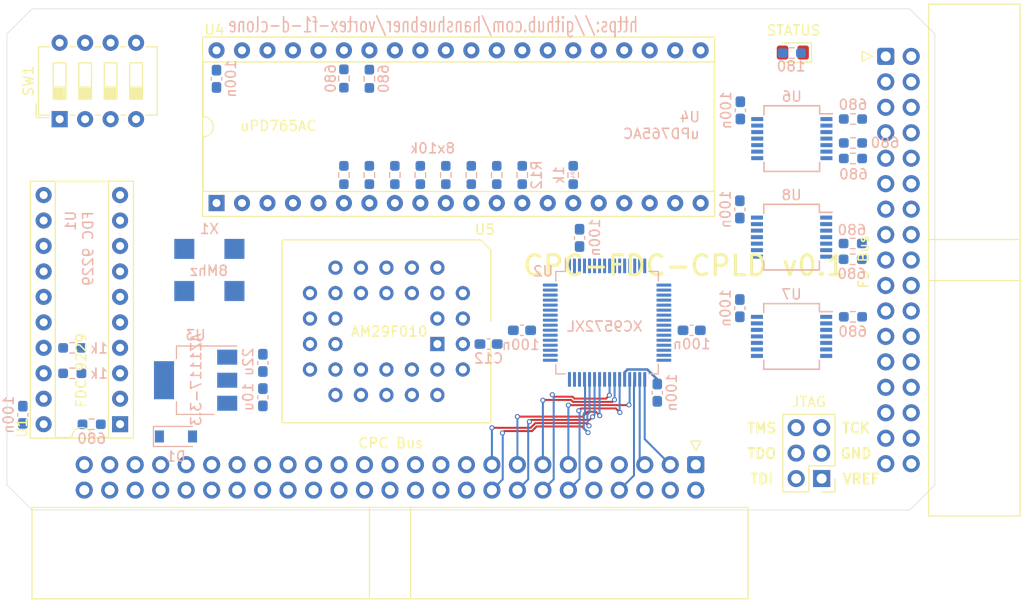
<source format=kicad_pcb>
(kicad_pcb (version 20211014) (generator pcbnew)
  (layers (0 "F.Cu" signal) (31 "B.Cu" signal) (34 "B.Paste" user) (35 "F.Paste" user) (36 "B.SilkS" user "B.Silkscreen") (37 "F.SilkS" user "F.Silkscreen") (38 "B.Mask" user) (39 "F.Mask" user) (44 "Edge.Cuts" user))
  (net 0 "")
  (net 1 "+3.3V")
  (net 2 "GND")
  (net 3 "+5V")
  (net 4 "RDATA'")
  (net 5 "MFM")
  (net 6 "WDATA'")
  (net 7 "~{CLKIN}")
  (net 8 "RESET")
  (net 9 "~{IORD}")
  (net 10 "~{IOWR}")
  (net 11 "~{FDCCS}")
  (net 12 "A0")
  (net 13 "/D1")
  (net 14 "/D2")
  (net 15 "/D3")
  (net 16 "/D4")
  (net 17 "/D5")
  (net 18 "/D6")
  (net 19 "/D7")
  (net 20 "INDEX")
  (net 21 "WE")
  (net 22 "SIDE1")
  (net 23 "US0")
  (net 24 "US1")
  (net 25 "FLT{slash}TRK0")
  (net 26 "WPT")
  (net 27 "READY")
  (net 28 "FLTR{slash}STEP")
  (net 29 "DIR")
  (net 30 "~{RW}{slash}SEEK")
  (net 31 "TMS")
  (net 32 "TCK")
  (net 33 "TDO")
  (net 34 "TDI")
  (net 35 "~{RDY}")
  (net 36 "RDATA")
  (net 37 "~{WPT}")
  (net 38 "~{TRK00}")
  (net 39 "~{INDEX}")
  (net 40 "/Sound")
  (net 41 "/A15")
  (net 42 "/A14")
  (net 43 "/A13")
  (net 44 "/A12")
  (net 45 "/A11")
  (net 46 "/A10")
  (net 47 "A9")
  (net 48 "A8")
  (net 49 "/A7")
  (net 50 "/A6")
  (net 51 "/A5")
  (net 52 "/A4")
  (net 53 "/A3")
  (net 54 "/A2")
  (net 55 "/A1")
  (net 56 "/~{M1}")
  (net 57 "/~{RFSH}")
  (net 58 "~{IORQ}")
  (net 59 "~{RD}")
  (net 60 "~{WR}")
  (net 61 "/~{HALT}")
  (net 62 "/~{INT}")
  (net 63 "/~{NMI}")
  (net 64 "/~{BUSRQ}")
  (net 65 "/~{BUSAK}")
  (net 66 "/~{BRST}")
  (net 67 "~{RSET}")
  (net 68 "~{ROMEN}")
  (net 69 "/~{RAMRD}")
  (net 70 "/RAMDIS")
  (net 71 "/CURSOR")
  (net 72 "/LPEN")
  (net 73 "/~{EXP}")
  (net 74 "~{SIDE1}")
  (net 75 "~{WGATE}")
  (net 76 "WDATA")
  (net 77 "~{STEP}")
  (net 78 "~{DIR}")
  (net 79 "~{MTRON}")
  (net 80 "~{DS2}")
  (net 81 "~{DS1}")
  (net 82 "~{DS0}")
  (net 83 "~{DS3}")
  (net 86 "TRK00")
  (net 87 "WGATE")
  (net 88 "STEP")
  (net 89 "~{DS2'}")
  (net 90 "~{DS1'}")
  (net 91 "~{DS0'}")
  (net 92 "~{DS3'}")
  (net 93 "MTRON")
  (net 94 "D0")
  (net 95 "Net-(LED1-Pad1)")
  (net 96 "LED1")
  (net 97 "~{MREQ}")
  (net 98 "Net-(R2-Pad1)")
  (net 99 "Net-(R3-Pad1)")
  (net 100 "Net-(R4-Pad1)")
  (net 102 "Net-(U1-Pad14)")
  (net 103 "Net-(U1-Pad13)")
  (net 104 "Net-(U1-Pad12)")
  (net 105 "Net-(U1-Pad9)")
  (net 106 "Net-(U1-Pad8)")
  (net 107 "Net-(U1-Pad6)")
  (net 108 "Net-(U1-Pad5)")
  (net 109 "~{ROMWE}")
  (net 110 "~{ROMOE}")
  (net 111 "~{ROMCE}")
  (net 112 "ROMA16")
  (net 117 "ROMA15")
  (net 118 "ROMA14")
  (net 119 "RDY")
  (net 120 "Net-(D1-Pad2)")
  (net 121 "ROMDIS")
  (net 122 "CLK4")
  (net 123 "SW4")
  (net 124 "SW3")
  (net 125 "SW2")
  (net 126 "SW1")
  (footprint "Package_DIP:DIP-20_W7.62mm_Socket" (layer "F.Cu") (at 126.2788 131.44 180)
    (fp_text reference "U1")
    (fp_text value "FDC 9229")
  )
  (footprint "Button_Switch_THT:SW_DIP_SPSTx04_Slide_6.7x11.72mm_W7.62mm_P2.54mm_LowProfile" (layer "F.Cu") (at 120.2536 101.0058 90)
    (fp_text reference "SW1")
    (fp_text value "SW_DIP_x04")
  )
  (footprint "Package_DIP:DIP-40_W15.24mm_Socket" (layer "F.Cu") (at 135.895 109.3774 90)
    (fp_text reference "U4")
    (fp_text value "uPD765AC")
  )
  (footprint "LED_SMD:LED_0805_2012Metric_Pad1.15x1.40mm_HandSolder" (layer "F.Cu") (at 193.3448 94.361 180)
    (fp_text reference "LED1" hide)
    (fp_text value "STATUS")
  )
  (footprint "Connector_PinHeader_2.54mm:PinHeader_2x03_P2.54mm_Vertical" (layer "F.Cu") (at 196.22 136.8656 180)
    (fp_text reference "J1" hide)
    (fp_text value "JTAG")
  )
  (footprint "Connector_IDC:IDC-Header_2x17_P2.54mm_Horizontal" (layer "F.Cu") (at 202.6079 94.742)
    (fp_text reference "S2" hide)
    (fp_text value "FD Bus")
  )
  (footprint "Package_LCC:PLCC-32_THT-Socket" (layer "F.Cu") (at 157.9118 123.444 -90)
    (fp_text reference "U5")
    (fp_text value "AM29F010")
  )
  (footprint "Connector_IDC:IDC-Header_2x25_P2.54mm_Horizontal" (layer "F.Cu") (at 183.6674 135.4757 -90)
    (fp_text reference "S1" hide)
    (fp_text value "CPC Bus")
  )
  (footprint "Package_SO:SSOP-14_5.3x6.2mm_P0.65mm" (layer "B.Cu") (at 193.2178 122.682 180)
    (fp_text reference "U7")
    (fp_text value "SN74LS07N")
  )
  (footprint "Resistor_SMD:R_0603_1608Metric_Pad0.98x0.95mm_HandSolder" (layer "B.Cu") (at 156.21 106.5784 90)
    (fp_text reference "R8" hide)
    (fp_text value "10k" hide)
  )
  (footprint "Capacitor_SMD:C_0603_1608Metric_Pad1.08x0.95mm_HandSolder" (layer "B.Cu") (at 135.89 96.9772 -90)
    (fp_text reference "C10" hide)
    (fp_text value "100n")
  )
  (footprint "Resistor_SMD:R_0603_1608Metric_Pad0.98x0.95mm_HandSolder" (layer "B.Cu") (at 123.444 131.445 180)
    (fp_text reference "R13" hide)
    (fp_text value "680")
  )
  (footprint "Resistor_SMD:R_0603_1608Metric_Pad0.98x0.95mm_HandSolder" (layer "B.Cu") (at 199.3392 120.7262)
    (fp_text reference "R17" hide)
    (fp_text value "680")
  )
  (footprint "Capacitor_SMD:C_0603_1608Metric_Pad1.08x0.95mm_HandSolder" (layer "B.Cu") (at 166.3446 122.0724 180)
    (fp_text reference "C6" hide)
    (fp_text value "100n")
  )
  (footprint "Resistor_SMD:R_0603_1608Metric_Pad0.98x0.95mm_HandSolder" (layer "B.Cu") (at 193.2432 94.4118)
    (fp_text reference "R1" hide)
    (fp_text value "180")
  )
  (footprint "Capacitor_SMD:C_0603_1608Metric_Pad1.08x0.95mm_HandSolder" (layer "B.Cu") (at 140.5128 125.3236 90)
    (fp_text reference "C2" hide)
    (fp_text value "22u")
  )
  (footprint "Resistor_SMD:R_0603_1608Metric_Pad0.98x0.95mm_HandSolder" (layer "B.Cu") (at 148.59 96.9518 -90)
    (fp_text reference "R21" hide)
    (fp_text value "680")
  )
  (footprint "Package_SO:SSOP-14_5.3x6.2mm_P0.65mm" (layer "B.Cu") (at 193.2432 102.9462 180)
    (fp_text reference "U6")
    (fp_text value "74LS06N")
  )
  (footprint "Resistor_SMD:R_0603_1608Metric_Pad0.98x0.95mm_HandSolder" (layer "B.Cu") (at 199.3392 100.9904)
    (fp_text reference "R16" hide)
    (fp_text value "680")
  )
  (footprint "Capacitor_SMD:C_0603_1608Metric_Pad1.08x0.95mm_HandSolder" (layer "B.Cu") (at 163.0172 123.444)
    (fp_text reference "C12")
    (fp_text value "100n")
  )
  (footprint "Resistor_SMD:R_0603_1608Metric_Pad0.98x0.95mm_HandSolder" (layer "B.Cu") (at 158.75 106.5784 90)
    (fp_text reference "R9" hide)
    (fp_text value "10k" hide)
  )
  (footprint "Resistor_SMD:R_0603_1608Metric_Pad0.98x0.95mm_HandSolder" (layer "B.Cu") (at 121.5136 123.825)
    (fp_text reference "R3" hide)
    (fp_text value "1k")
  )
  (footprint "Diode_SMD:D_SOD-123" (layer "B.Cu") (at 131.8514 132.6642)
    (fp_text reference "D1")
    (fp_text value "1N4148W")
  )
  (footprint "Resistor_SMD:R_0603_1608Metric_Pad0.98x0.95mm_HandSolder" (layer "B.Cu") (at 166.37 106.5784 90)
    (fp_text reference "R12")
    (fp_text value "10k")
  )
  (footprint "Package_TO_SOT_SMD:SOT-223-3_TabPin2" (layer "B.Cu") (at 133.8072 127.0508 180)
    (fp_text reference "U3")
    (fp_text value "AZ1117-3.3")
  )
  (footprint "Capacitor_SMD:C_0603_1608Metric_Pad1.08x0.95mm_HandSolder" (layer "B.Cu") (at 179.832 128.2954 -90)
    (fp_text reference "C5" hide)
    (fp_text value "100n")
  )
  (footprint "Resistor_SMD:R_0603_1608Metric_Pad0.98x0.95mm_HandSolder" (layer "B.Cu") (at 153.67 106.5784 90)
    (fp_text reference "R7" hide)
    (fp_text value "10k" hide)
  )
  (footprint "Oscillator:Oscillator_SMD_EuroQuartz_XO91-4Pin_7.0x5.0mm" (layer "B.Cu") (at 135.1788 116.0526 180)
    (fp_text reference "X1")
    (fp_text value "8Mhz")
  )
  (footprint "Capacitor_SMD:C_0603_1608Metric_Pad1.08x0.95mm_HandSolder" (layer "B.Cu") (at 172.085 112.8522 90)
    (fp_text reference "C3" hide)
    (fp_text value "100n")
  )
  (footprint "Resistor_SMD:R_0603_1608Metric_Pad0.98x0.95mm_HandSolder" (layer "B.Cu") (at 121.5136 126.365)
    (fp_text reference "R2" hide)
    (fp_text value "1k")
  )
  (footprint "Resistor_SMD:R_0603_1608Metric_Pad0.98x0.95mm_HandSolder" (layer "B.Cu") (at 171.45 106.5784 90)
    (fp_text reference "R4" hide)
    (fp_text value "1k")
  )
  (footprint "Package_SO:SSOP-14_5.3x6.2mm_P0.65mm" (layer "B.Cu") (at 193.2178 112.776 180)
    (fp_text reference "U8")
    (fp_text value "74LS06N")
  )
  (footprint "Capacitor_SMD:C_0603_1608Metric_Pad1.08x0.95mm_HandSolder" (layer "B.Cu") (at 183.261 122.0724)
    (fp_text reference "C4" hide)
    (fp_text value "100n")
  )
  (footprint "Capacitor_SMD:C_0603_1608Metric_Pad1.08x0.95mm_HandSolder" (layer "B.Cu") (at 188.0616 119.8626 90)
    (fp_text reference "C7" hide)
    (fp_text value "100n")
  )
  (footprint "Resistor_SMD:R_0603_1608Metric_Pad0.98x0.95mm_HandSolder" (layer "B.Cu") (at 199.3392 104.9274)
    (fp_text reference "R19" hide)
    (fp_text value "680")
  )
  (footprint "Capacitor_SMD:C_0603_1608Metric_Pad1.08x0.95mm_HandSolder" (layer "B.Cu") (at 116.586 130.5052 90)
    (fp_text reference "C11" hide)
    (fp_text value "100n")
  )
  (footprint "Resistor_SMD:R_0603_1608Metric_Pad0.98x0.95mm_HandSolder" (layer "B.Cu") (at 148.59 106.5784 90)
    (fp_text reference "R5" hide)
    (fp_text value "10k" hide)
  )
  (footprint "Resistor_SMD:R_0603_1608Metric_Pad0.98x0.95mm_HandSolder" (layer "B.Cu") (at 199.3138 114.9858)
    (fp_text reference "R15" hide)
    (fp_text value "680")
  )
  (footprint "Capacitor_SMD:C_0603_1608Metric_Pad1.08x0.95mm_HandSolder" (layer "B.Cu") (at 188.0616 110.0074 90)
    (fp_text reference "C8" hide)
    (fp_text value "100n")
  )
  (footprint "Resistor_SMD:R_0603_1608Metric_Pad0.98x0.95mm_HandSolder" (layer "B.Cu") (at 199.3392 103.378)
    (fp_text reference "R18" hide)
    (fp_text value "680")
  )
  (footprint "Package_QFP:TQFP-64_10x10mm_P0.5mm" (layer "B.Cu") (at 174.8282 121.3104 -90)
    (fp_text reference "U2")
    (fp_text value "XC9572XL")
  )
  (footprint "Resistor_SMD:R_0603_1608Metric_Pad0.98x0.95mm_HandSolder" (layer "B.Cu") (at 161.29 106.5784 90)
    (fp_text reference "R10" hide)
    (fp_text value "10k" hide)
  )
  (footprint "Resistor_SMD:R_0603_1608Metric_Pad0.98x0.95mm_HandSolder" (layer "B.Cu") (at 151.13 106.5784 90)
    (fp_text reference "R6" hide)
    (fp_text value "10k" hide)
  )
  (footprint "Resistor_SMD:R_0603_1608Metric_Pad0.98x0.95mm_HandSolder" (layer "B.Cu") (at 151.13 96.9772 -90)
    (fp_text reference "R14" hide)
    (fp_text value "680")
  )
  (footprint "Capacitor_SMD:C_0603_1608Metric_Pad1.08x0.95mm_HandSolder" (layer "B.Cu") (at 140.5128 128.7526 90)
    (fp_text reference "C1" hide)
    (fp_text value "10u")
  )
  (footprint "Capacitor_SMD:C_0603_1608Metric_Pad1.08x0.95mm_HandSolder" (layer "B.Cu") (at 188.1124 100.1268 90)
    (fp_text reference "C9" hide)
    (fp_text value "100n")
  )
  (footprint "Resistor_SMD:R_0603_1608Metric_Pad0.98x0.95mm_HandSolder" (layer "B.Cu") (at 199.3138 113.411)
    (fp_text reference "R20" hide)
    (fp_text value "680")
  )
  (footprint "Resistor_SMD:R_0603_1608Metric_Pad0.98x0.95mm_HandSolder" (layer "B.Cu") (at 163.83 106.5784 90)
    (fp_text reference "R11" hide)
    (fp_text value "10k" hide)
  )
  (gr_line (start 115 137.5) (end 115 92.5) (layer "Edge.Cuts") (width 0.05))
  (gr_line (start 207.5 92.5) (end 205 90) (layer "Edge.Cuts") (width 0.05))
  (gr_line (start 207.5 92.5) (end 207.5 137.5) (layer "Edge.Cuts") (width 0.05))
  (gr_line (start 117.5 90) (end 115 92.5) (layer "Edge.Cuts") (width 0.05))
  (gr_line (start 117.5 90) (end 205 90) (layer "Edge.Cuts") (width 0.05))
  (gr_line (start 207.5 137.5) (end 205 140) (layer "Edge.Cuts") (width 0.05))
  (gr_line (start 205 140) (end 117.5 140) (layer "Edge.Cuts") (width 0.05))
  (gr_line (start 117.5 140) (end 115 137.5) (layer "Edge.Cuts") (width 0.05))
  (gr_text "8x10k\n" (at 157.4292 103.9114) (layer "B.SilkS") (effects (font (size 1 1)) (justify mirror)))
  (gr_text "https://github.com/hanshuebner/vortex-f1-d-clone" (at 157.48 91.5924) (layer "B.SilkS") (effects (font (size 1.5 1)) (justify mirror)))
  (gr_text "TMS" (at 190.246 131.826) (layer "F.SilkS") (effects (font (size 1 1) (thickness 0.2))))
  (gr_text "TDI" (at 190.246 136.906) (layer "F.SilkS") (effects (font (size 1 1) (thickness 0.2))))
  (gr_text "VREF" (at 200.152 136.906) (layer "F.SilkS") (effects (font (size 1 1) (thickness 0.2))))
  (gr_text "GND" (at 199.644 134.366) (layer "F.SilkS") (effects (font (size 1 1) (thickness 0.2))))
  (gr_text "TCK" (at 199.644 131.826) (layer "F.SilkS") (effects (font (size 1 1) (thickness 0.2))))
  (gr_text "CPC-FDC-CPLD v0.1" (at 182.5244 115.6208) (layer "F.SilkS") (effects (font (size 2 2) (thickness 0.3))))
  (gr_text "TDO" (at 190.246 134.366) (layer "F.SilkS") (effects (font (size 1 1) (thickness 0.2))))
  (segment (start 176.5782 126.9729) (end 176.5782 126.270124) (width 0.254) (layer "B.Cu") (net 1))
  (segment (start 176.866924 125.9814) (end 178.8388 125.9814) (width 0.254) (layer "B.Cu") (net 1))
  (segment (start 176.5782 126.270124) (end 176.866924 125.9814) (width 0.254) (layer "B.Cu") (net 1))
  (segment (start 178.8388 125.9814) (end 179.832 126.9746) (width 0.254) (layer "B.Cu") (net 1))
  (segment (start 179.832 126.9746) (end 179.832 127.4329) (width 0.254) (layer "B.Cu") (net 1))
  (segment (start 164.588088 132.1276) (end 164.395545 132.320143) (width 0.2) (layer "F.Cu") (net 12))
  (segment (start 172.305002 131.664) (end 171.2722 131.664) (width 0.2) (layer "F.Cu") (net 12))
  (segment (start 167.807248 131.664) (end 167.629924 131.841324) (width 0.2) (layer "F.Cu") (net 12))
  (segment (start 167.343648 132.1276) (end 165.6842 132.1276) (width 0.2) (layer "F.Cu") (net 12))
  (segment (start 171.2722 131.664) (end 168.2496 131.664) (width 0.2) (layer "F.Cu") (net 12))
  (segment (start 165.6842 132.1276) (end 164.588088 132.1276) (width 0.2) (layer "F.Cu") (net 12))
  (segment (start 172.920776 132.279774) (end 172.305002 131.664) (width 0.2) (layer "F.Cu") (net 12))
  (segment (start 167.629924 131.841324) (end 167.343648 132.1276) (width 0.2) (layer "F.Cu") (net 12))
  (segment (start 168.2496 131.664) (end 167.807248 131.664) (width 0.2) (layer "F.Cu") (net 12))
  (via (at 172.920776 132.279774) (size 0.5) (drill 0.3) (layers "F.Cu" "B.Cu") (net 12))
  (via (at 164.395545 132.320143) (size 0.5) (drill 0.3) (layers "F.Cu" "B.Cu") (net 12))
  (segment (start 172.5048 130.38616) (end 172.5048 131.8006) (width 0.2) (layer "B.Cu") (net 12))
  (segment (start 164.4244 136.9387) (end 163.3474 138.0157) (width 0.2) (layer "B.Cu") (net 12))
  (segment (start 172.5048 131.8006) (end 172.5048 131.863798) (width 0.2) (layer "B.Cu") (net 12))
  (segment (start 172.5782 126.9729) (end 172.6304 127.0251) (width 0.2) (layer "B.Cu") (net 12))
  (segment (start 164.395545 132.320143) (end 164.4244 132.348998) (width 0.2) (layer "B.Cu") (net 12))
  (segment (start 164.4244 132.348998) (end 164.4244 136.9387) (width 0.2) (layer "B.Cu") (net 12))
  (segment (start 172.5048 131.863798) (end 172.920776 132.279774) (width 0.2) (layer "B.Cu") (net 12))
  (segment (start 172.6304 127.0251) (end 172.6304 130.26056) (width 0.2) (layer "B.Cu") (net 12))
  (segment (start 172.6304 130.26056) (end 172.5048 130.38616) (width 0.2) (layer "B.Cu") (net 12))
  (segment (start 178.5782 126.9729) (end 178.5782 132.9265) (width 0.2) (layer "B.Cu") (net 41))
  (segment (start 178.5782 132.9265) (end 181.1274 135.4757) (width 0.2) (layer "B.Cu") (net 41))
  (segment (start 178.0782 126.9729) (end 178.0782 134.9665) (width 0.2) (layer "B.Cu") (net 43))
  (segment (start 178.0782 134.9665) (end 178.5874 135.4757) (width 0.2) (layer "B.Cu") (net 43))
  (segment (start 177.5782 126.9729) (end 177.5104 127.0407) (width 0.2) (layer "B.Cu") (net 46))
  (segment (start 177.5104 127.0407) (end 177.5104 136.5527) (width 0.2) (layer "B.Cu") (net 46))
  (segment (start 177.5104 136.5527) (end 176.0474 138.0157) (width 0.2) (layer "B.Cu") (net 46))
  (segment (start 177.005434 129.510497) (end 176.975931 129.54) (width 0.2) (layer "F.Cu") (net 49))
  (segment (start 176.975931 129.54) (end 170.9674 129.54) (width 0.2) (layer "F.Cu") (net 49))
  (via (at 177.005434 129.510497) (size 0.5) (drill 0.3) (layers "F.Cu" "B.Cu") (net 49))
  (via (at 170.9674 129.54) (size 0.5) (drill 0.3) (layers "F.Cu" "B.Cu") (net 49))
  (segment (start 170.9674 129.54) (end 170.9674 135.4757) (width 0.2) (layer "B.Cu") (net 49))
  (segment (start 177.0782 129.437731) (end 177.005434 129.510497) (width 0.2) (layer "B.Cu") (net 49))
  (segment (start 177.0782 126.9729) (end 177.0782 129.437731) (width 0.2) (layer "B.Cu") (net 49))
  (segment (start 175.700387 129.867) (end 176.099881 130.266494) (width 0.2) (layer "F.Cu") (net 50))
  (segment (start 172.2406 129.867) (end 175.700387 129.867) (width 0.2) (layer "F.Cu") (net 50))
  (segment (start 172.0088 130.0988) (end 172.2406 129.867) (width 0.2) (layer "F.Cu") (net 50))
  (via (at 176.099881 130.266494) (size 0.5) (drill 0.3) (layers "F.Cu" "B.Cu") (net 50))
  (via (at 172.0088 130.0988) (size 0.5) (drill 0.3) (layers "F.Cu" "B.Cu") (net 50))
  (segment (start 176.0782 126.9729) (end 176.0782 130.244813) (width 0.2) (layer "B.Cu") (net 50))
  (segment (start 176.0782 130.244813) (end 176.099881 130.266494) (width 0.2) (layer "B.Cu") (net 50))
  (segment (start 172.0088 130.0988) (end 172.085 130.175) (width 0.2) (layer "B.Cu") (net 50))
  (segment (start 172.085 136.8981) (end 170.9674 138.0157) (width 0.2) (layer "B.Cu") (net 50))
  (segment (start 172.085 130.175) (end 172.085 136.8981) (width 0.2) (layer "B.Cu") (net 50))
  (segment (start 171.2316 129.02) (end 170.9166 129.02) (width 0.2) (layer "F.Cu") (net 51))
  (segment (start 175.5648 129.0066) (end 175.3584 129.213) (width 0.2) (layer "F.Cu") (net 51))
  (segment (start 171.4246 129.213) (end 171.2316 129.02) (width 0.2) (layer "F.Cu") (net 51))
  (segment (start 175.3584 129.213) (end 173.5836 129.213) (width 0.2) (layer "F.Cu") (net 51))
  (segment (start 168.4648 129.02) (end 168.4274 129.0574) (width 0.2) (layer "F.Cu") (net 51))
  (segment (start 170.9166 129.02) (end 168.4648 129.02) (width 0.2) (layer "F.Cu") (net 51))
  (segment (start 173.5836 129.213) (end 171.4246 129.213) (width 0.2) (layer "F.Cu") (net 51))
  (via (at 175.5648 129.0066) (size 0.5) (drill 0.3) (layers "F.Cu" "B.Cu") (net 51))
  (via (at 168.4274 129.0574) (size 0.5) (drill 0.3) (layers "F.Cu" "B.Cu") (net 51))
  (segment (start 175.5782 126.9729) (end 175.5782 128.9932) (width 0.2) (layer "B.Cu") (net 51))
  (segment (start 175.5782 128.9932) (end 175.5648 129.0066) (width 0.2) (layer "B.Cu") (net 51))
  (segment (start 168.4274 129.0574) (end 168.4274 135.4757) (width 0.2) (layer "B.Cu") (net 51))
  (segment (start 174.7202 128.886) (end 175.0568 128.5494) (width 0.2) (layer "F.Cu") (net 52))
  (segment (start 169.5616 128.693) (end 171.384 128.693) (width 0.2) (layer "F.Cu") (net 52))
  (segment (start 171.577 128.886) (end 174.7202 128.886) (width 0.2) (layer "F.Cu") (net 52))
  (segment (start 171.384 128.693) (end 171.577 128.886) (width 0.2) (layer "F.Cu") (net 52))
  (segment (start 169.3672 128.4986) (end 169.5616 128.693) (width 0.2) (layer "F.Cu") (net 52))
  (via (at 175.0568 128.5494) (size 0.5) (drill 0.3) (layers "F.Cu" "B.Cu") (net 52))
  (via (at 169.3672 128.4986) (size 0.5) (drill 0.3) (layers "F.Cu" "B.Cu") (net 52))
  (segment (start 169.5044 136.9387) (end 168.4274 138.0157) (width 0.2) (layer "B.Cu") (net 52))
  (segment (start 175.0782 128.528) (end 175.0568 128.5494) (width 0.2) (layer "B.Cu") (net 52))
  (segment (start 169.5044 128.6358) (end 169.5044 136.9387) (width 0.2) (layer "B.Cu") (net 52))
  (segment (start 175.0782 126.9729) (end 175.0782 128.528) (width 0.2) (layer "B.Cu") (net 52))
  (segment (start 169.3672 128.4986) (end 169.5044 128.6358) (width 0.2) (layer "B.Cu") (net 52))
  (segment (start 173.693148 130.194) (end 172.8724 130.194) (width 0.2) (layer "F.Cu") (net 53))
  (segment (start 174.092646 130.593498) (end 173.693148 130.194) (width 0.2) (layer "F.Cu") (net 53))
  (segment (start 172.518766 130.557966) (end 172.393732 130.683) (width 0.2) (layer "F.Cu") (net 53))
  (segment (start 172.393732 130.683) (end 165.8874 130.683) (width 0.2) (layer "F.Cu") (net 53))
  (segment (start 172.8724 130.194) (end 172.8724 130.204332) (width 0.2) (layer "F.Cu") (net 53))
  (segment (start 172.8724 130.204332) (end 172.518766 130.557966) (width 0.2) (layer "F.Cu") (net 53))
  (via (at 165.8874 130.683) (size 0.5) (drill 0.3) (layers "F.Cu" "B.Cu") (net 53))
  (via (at 174.092646 130.593498) (size 0.5) (drill 0.3) (layers "F.Cu" "B.Cu") (net 53))
  (segment (start 165.8874 130.683) (end 165.8874 135.4757) (width 0.2) (layer "B.Cu") (net 53))
  (segment (start 174.0782 130.579052) (end 174.092646 130.593498) (width 0.2) (layer "B.Cu") (net 53))
  (segment (start 174.0782 126.9729) (end 174.0782 130.579052) (width 0.2) (layer "B.Cu") (net 53))
  (segment (start 173.0788 131.01) (end 173.3804 130.7084) (width 0.2) (layer "F.Cu") (net 54))
  (segment (start 167.0812 131.191) (end 167.2622 131.01) (width 0.2) (layer "F.Cu") (net 54))
  (segment (start 167.2622 131.01) (end 173.0788 131.01) (width 0.2) (layer "F.Cu") (net 54))
  (via (at 173.3804 130.7084) (size 0.5) (drill 0.3) (layers "F.Cu" "B.Cu") (net 54))
  (via (at 167.0812 131.191) (size 0.5) (drill 0.3) (layers "F.Cu" "B.Cu") (net 54))
  (segment (start 173.5782 126.9729) (end 173.5782 130.5106) (width 0.2) (layer "B.Cu") (net 54))
  (segment (start 173.5782 130.5106) (end 173.3804 130.7084) (width 0.2) (layer "B.Cu") (net 54))
  (segment (start 166.9644 131.3078) (end 166.9644 136.9387) (width 0.2) (layer "B.Cu") (net 54))
  (segment (start 167.0812 131.191) (end 166.9644 131.3078) (width 0.2) (layer "B.Cu") (net 54))
  (segment (start 166.9644 136.9387) (end 165.8874 138.0157) (width 0.2) (layer "B.Cu") (net 54))
  (segment (start 167.2082 131.8006) (end 163.3474 131.8006) (width 0.2) (layer "F.Cu") (net 55))
  (segment (start 173.0248 131.5974) (end 172.96488 131.5974) (width 0.2) (layer "F.Cu") (net 55))
  (segment (start 167.6718 131.337) (end 167.2082 131.8006) (width 0.2) (layer "F.Cu") (net 55))
  (segment (start 172.70448 131.337) (end 167.6718 131.337) (width 0.2) (layer "F.Cu") (net 55))
  (segment (start 172.96488 131.5974) (end 172.70448 131.337) (width 0.2) (layer "F.Cu") (net 55))
  (via (at 173.0248 131.5974) (size 0.5) (drill 0.3) (layers "F.Cu" "B.Cu") (net 55))
  (via (at 163.3474 131.8006) (size 0.5) (drill 0.3) (layers "F.Cu" "B.Cu") (net 55))
  (segment (start 172.8604 130.493008) (end 173.0782 130.275208) (width 0.2) (layer "B.Cu") (net 55))
  (segment (start 172.8978 131.4704) (end 172.8978 130.961192) (width 0.2) (layer "B.Cu") (net 55))
  (segment (start 163.3474 131.8006) (end 163.3474 135.4757) (width 0.2) (layer "B.Cu") (net 55))
  (segment (start 172.8604 130.923792) (end 172.8604 130.493008) (width 0.2) (layer "B.Cu") (net 55))
  (segment (start 173.0782 130.275208) (end 173.0782 126.9729) (width 0.2) (layer "B.Cu") (net 55))
  (segment (start 173.0248 131.5974) (end 172.8978 131.4704) (width 0.2) (layer "B.Cu") (net 55))
  (segment (start 172.8978 130.961192) (end 172.8604 130.923792) (width 0.2) (layer "B.Cu") (net 55))
)
</source>
